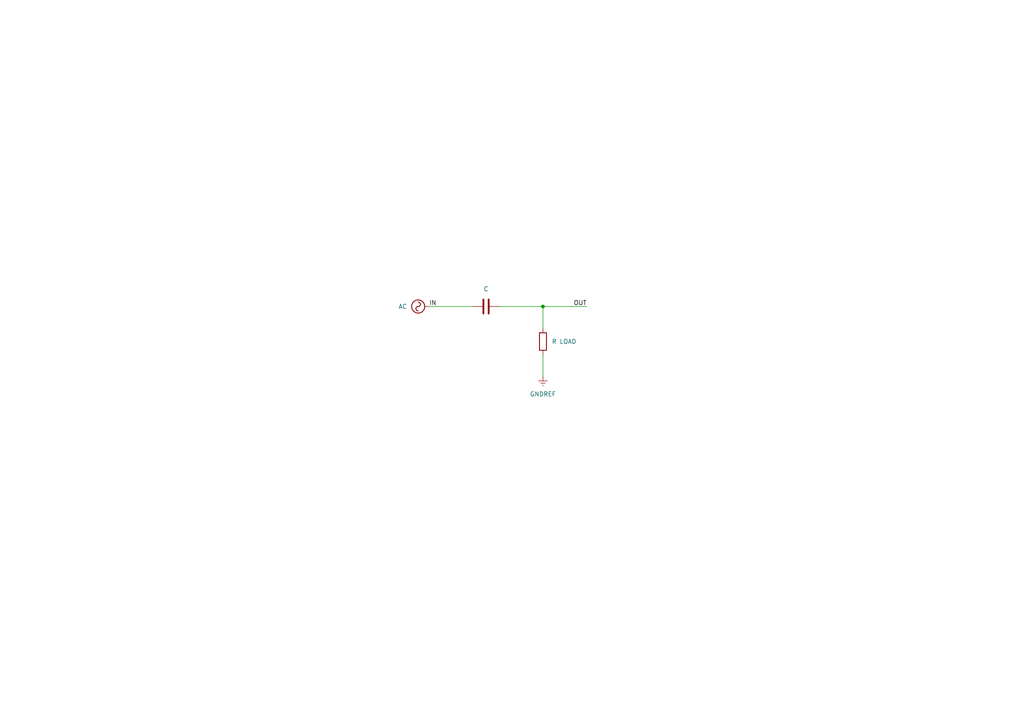
<source format=kicad_sch>
(kicad_sch (version 20211123) (generator eeschema)
  (paper "A4")
  (lib_symbols
    (symbol "Device:C" (pin_numbers hide) (pin_names (offset 0.254))
      (property "Reference" "C" (at 0.635 2.54 0))
      (property "Value" "C" (at 0.635 -2.54 0))
      (symbol "C_0_1"
        (polyline (pts (xy -2.032 -0.762) (xy 2.032 -0.762)) (stroke (width 0.508)))
        (polyline (pts (xy -2.032 0.762) (xy 2.032 0.762)) (stroke (width 0.508)))
      )
      (symbol "C_1_1"
        (pin passive line (at 0 3.81 270) (length 2.794) (name "~") (number "1"))
        (pin passive line (at 0 -3.81 90) (length 2.794) (name "~") (number "2"))
      )
    )
    (symbol "Device:R" (pin_numbers hide) (pin_names (offset 0))
      (property "Reference" "R" (at 2.032 0 90))
      (property "Value" "R" (at 0 0 90))
      (symbol "R_0_1"
        (rectangle (start -1.016 -2.54) (end 1.016 2.54) (stroke (width 0.254)))
      )
      (symbol "R_1_1"
        (pin passive line (at 0 3.81 270) (length 1.27) (name "~") (number "1"))
        (pin passive line (at 0 -3.81 90) (length 1.27) (name "~") (number "2"))
      )
    )
    (symbol "power:AC" (power) (pin_names (offset 0))
      (property "Value" "AC" (at 0 6.35 0))
      (symbol "AC_0_1"
        (polyline (pts (xy 0 0) (xy 0 1.27)))
        (arc (start 0 3.175) (mid -0.635 3.81) (end -1.27 3.175) (stroke (width 0.254)))
        (arc (start 0 3.175) (mid 0.635 2.54) (end 1.27 3.175) (stroke (width 0.254)))
        (circle (center 0 3.175) (radius 1.905) (stroke (width 0.254)))
      )
      (symbol "AC_1_1"
        (pin power_in line (at 0 0 90) (length 0) hide (name "AC") (number "1"))
      )
    )
    (symbol "power:GNDREF" (power) (pin_names (offset 0))
      (property "Value" "GNDREF" (at 0 -3.81 0))
      (symbol "GNDREF_0_1"
        (polyline (pts (xy -0.635 -1.905) (xy 0.635 -1.905)))
        (polyline (pts (xy -0.127 -2.54) (xy 0.127 -2.54)))
        (polyline (pts (xy 0 -1.27) (xy 0 0)))
        (polyline (pts (xy 1.27 -1.27) (xy -1.27 -1.27)))
      )
      (symbol "GNDREF_1_1"
        (pin power_in line (at 0 0 270) (length 0) hide (name "GNDREF") (number "1"))
      )
    )
  )
  (junction (at 157.48 88.9))
  (wire (pts (xy 157.48 88.9) (xy 157.48 95.25)))
  (wire (pts (xy 144.78 88.9) (xy 157.48 88.9)))
  (wire (pts (xy 157.48 102.87) (xy 157.48 109.22)))
  (wire (pts (xy 124.46 88.9) (xy 137.16 88.9)))
  (wire (pts (xy 157.48 88.9) (xy 170.18 88.9)))
  (label "OUT" (at 170.18 88.9 180))
  (label "IN" (at 124.46 88.9 0))
  (symbol (lib_id "Device:R") (at 157.48 99.06 180) (unit 1)
    (property "Reference" "R?" (effects hide))
    (property "Value" "R LOAD" (at 160.02 99.06 0) (effects (justify right)))
  )
  (symbol (lib_id "power:AC") (at 124.46 88.9 90) (unit 1)
    (property "Reference" "#PWR?" (effects hide))
    (property "Value" "AC" (at 118.11 88.8999 90) (effects (justify left)))
  )
  (symbol (lib_id "power:GNDREF") (at 157.48 109.22 0) (unit 1)
    (property "Reference" "#PWR?" (effects hide))
    (property "Value" "GNDREF" (at 157.48 114.3 0))
  )
  (symbol (lib_id "Device:C") (at 140.97 88.9 90) (unit 1)
    (property "Reference" "C?" (effects hide))
    (property "Value" "C" (at 140.97 83.82 90))
  )
)
</source>
